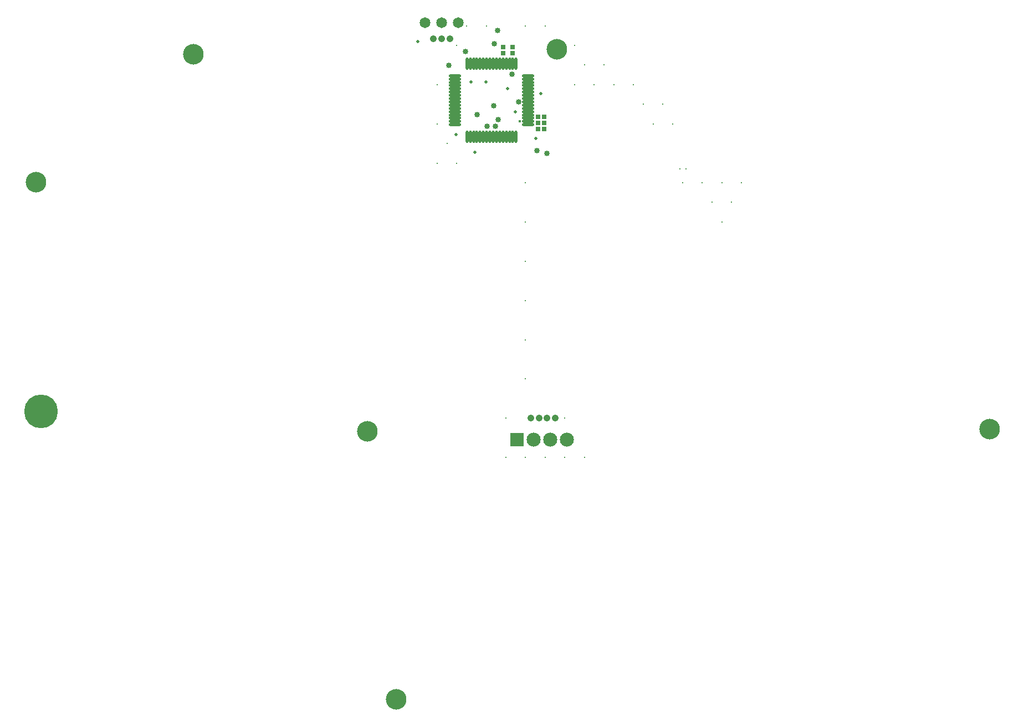
<source format=gts>
G04*
G04 #@! TF.GenerationSoftware,Altium Limited,Altium Designer,18.1.7 (191)*
G04*
G04 Layer_Color=8388736*
%FSLAX42Y42*%
%MOMM*%
G71*
G01*
G75*
%ADD14O,1.95X0.45*%
%ADD15O,0.45X1.95*%
%ADD16R,0.80X0.65*%
%ADD17R,0.65X0.80*%
%ADD18C,3.15*%
%ADD19C,5.15*%
%ADD20C,2.15*%
%ADD21R,2.15X2.15*%
%ADD22C,1.65*%
%ADD23C,1.05*%
%ADD24C,0.30*%
%ADD25C,0.50*%
%ADD26C,0.85*%
%ADD27C,0.40*%
D14*
X7325Y10037D02*
D03*
Y9987D02*
D03*
Y9937D02*
D03*
Y9887D02*
D03*
Y9837D02*
D03*
Y9787D02*
D03*
Y9737D02*
D03*
Y9687D02*
D03*
Y9637D02*
D03*
Y9587D02*
D03*
Y9537D02*
D03*
Y9487D02*
D03*
Y9437D02*
D03*
Y9387D02*
D03*
Y9337D02*
D03*
Y9287D02*
D03*
X8435D02*
D03*
Y9337D02*
D03*
Y9387D02*
D03*
Y9437D02*
D03*
Y9487D02*
D03*
Y9537D02*
D03*
Y9587D02*
D03*
Y9637D02*
D03*
Y9687D02*
D03*
Y9737D02*
D03*
Y9787D02*
D03*
Y9837D02*
D03*
Y9887D02*
D03*
Y9937D02*
D03*
Y9987D02*
D03*
Y10037D02*
D03*
D15*
X7505Y9107D02*
D03*
X7555D02*
D03*
X7605D02*
D03*
X7655D02*
D03*
X7705D02*
D03*
X7755D02*
D03*
X7805D02*
D03*
X7855D02*
D03*
X7905D02*
D03*
X7955D02*
D03*
X8005D02*
D03*
X8055D02*
D03*
X8105D02*
D03*
X8155D02*
D03*
X8205D02*
D03*
X8255D02*
D03*
Y10217D02*
D03*
X8205D02*
D03*
X8155D02*
D03*
X8105D02*
D03*
X8055D02*
D03*
X8005D02*
D03*
X7955D02*
D03*
X7905D02*
D03*
X7855D02*
D03*
X7805D02*
D03*
X7755D02*
D03*
X7705D02*
D03*
X7655D02*
D03*
X7605D02*
D03*
X7555D02*
D03*
X7505D02*
D03*
D16*
X8205Y10379D02*
D03*
Y10475D02*
D03*
X8055Y10382D02*
D03*
Y10478D02*
D03*
D17*
X8589Y9408D02*
D03*
X8686D02*
D03*
Y9316D02*
D03*
X8589D02*
D03*
X8686Y9222D02*
D03*
X8589D02*
D03*
D18*
X5980Y4600D02*
D03*
X6420Y500D02*
D03*
X921Y8413D02*
D03*
X3327Y10368D02*
D03*
X8880Y10443D02*
D03*
X15491Y4635D02*
D03*
D19*
X1000Y4900D02*
D03*
D20*
X8780Y4470D02*
D03*
X8526D02*
D03*
X9034D02*
D03*
D21*
X8272D02*
D03*
D22*
X6864Y10848D02*
D03*
X7371D02*
D03*
X7118D02*
D03*
D23*
X8605Y4800D02*
D03*
X8480D02*
D03*
X8730D02*
D03*
X8855D02*
D03*
X7118Y10600D02*
D03*
X6993D02*
D03*
X7243D02*
D03*
D24*
X11700Y8400D02*
D03*
X11400D02*
D03*
X11550Y8100D02*
D03*
X11400Y7800D02*
D03*
X11100Y8400D02*
D03*
X11250Y8100D02*
D03*
X10800Y8400D02*
D03*
X10500Y9600D02*
D03*
X10650Y9300D02*
D03*
X10200Y9600D02*
D03*
X10350Y9300D02*
D03*
X10050Y9900D02*
D03*
X9600Y10200D02*
D03*
X9750Y9900D02*
D03*
X9300Y10200D02*
D03*
X9450Y9900D02*
D03*
X9300Y4200D02*
D03*
X9150Y10500D02*
D03*
Y9900D02*
D03*
X9000Y4800D02*
D03*
Y4200D02*
D03*
X8700Y10800D02*
D03*
Y4200D02*
D03*
X8400Y10800D02*
D03*
Y8400D02*
D03*
Y7800D02*
D03*
Y7200D02*
D03*
Y6600D02*
D03*
Y6000D02*
D03*
Y5400D02*
D03*
Y4200D02*
D03*
X8100Y4800D02*
D03*
Y4200D02*
D03*
X7800Y10800D02*
D03*
X7500D02*
D03*
X7350Y10500D02*
D03*
X7200Y9000D02*
D03*
X7350Y8700D02*
D03*
X7050Y9900D02*
D03*
Y9300D02*
D03*
Y8700D02*
D03*
X10850Y8613D02*
D03*
X10757Y8615D02*
D03*
D25*
X7568Y9943D02*
D03*
X8129Y9843D02*
D03*
X7793Y9943D02*
D03*
X8557Y9080D02*
D03*
X6752Y10556D02*
D03*
X8245Y9480D02*
D03*
X8637Y9762D02*
D03*
X7339Y9138D02*
D03*
X7622Y8866D02*
D03*
D26*
X8570Y8895D02*
D03*
X7815Y9268D02*
D03*
X7935Y9268D02*
D03*
X8297Y9637D02*
D03*
X7980Y9368D02*
D03*
X7970Y10732D02*
D03*
X8195Y10060D02*
D03*
X7485Y10410D02*
D03*
X7915Y9575D02*
D03*
X7662Y9440D02*
D03*
X7925Y10525D02*
D03*
X7230Y10193D02*
D03*
X8730Y8845D02*
D03*
D27*
X8308Y9337D02*
D03*
M02*

</source>
